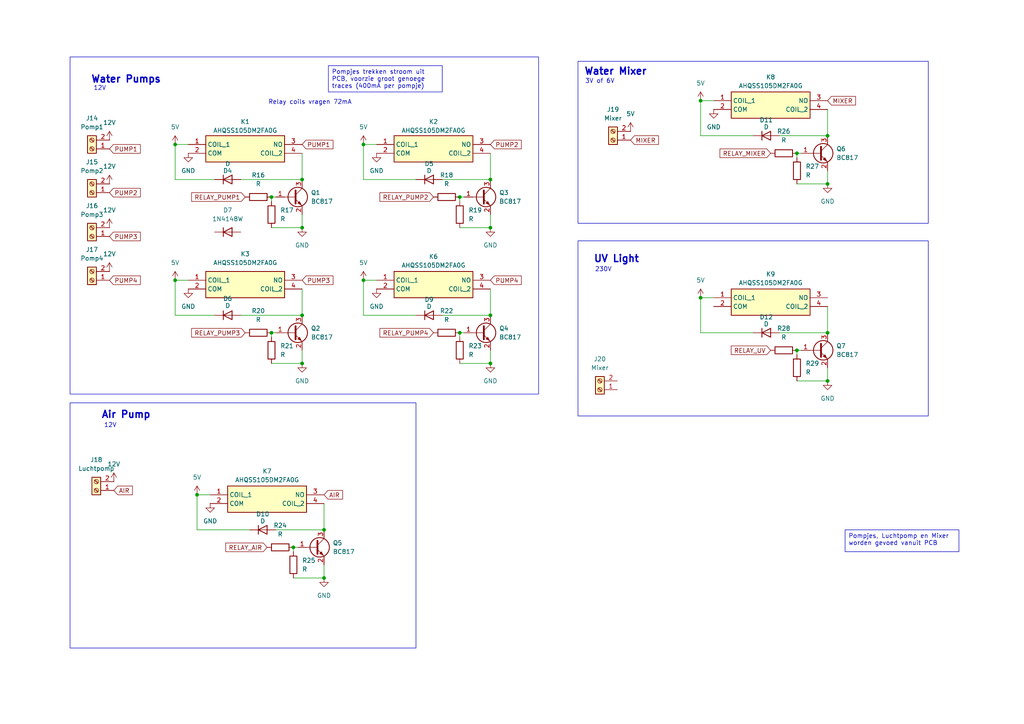
<source format=kicad_sch>
(kicad_sch (version 20250114) (generator "eeschema") (generator_version "9.0")
  (paper "A4")
  (title_block (title "PCB Watersysteem") (rev "1") (company "KU Leuven") (comment 1 "Kjell Naessens") (comment 2 "Sander Haustraete"))
  (lib_symbols
    (symbol "Connector:Screw_Terminal_01x02" (pin_names (offset 1.016) (hide yes))
      (property "Reference" "J" (at 0 2.54 0))
      (property "Value" "Screw_Terminal_01x02" (at 0 -5.08 0))
      (symbol "Screw_Terminal_01x02_1_1"
        (rectangle (start -1.27 1.27) (end 1.27 -3.81) (stroke (width 0.254)) (fill (type background)))
        (polyline (pts (xy -0.5334 0.3302) (xy 0.3302 -0.508)) (stroke (width 0.1524)))
        (polyline (pts (xy -0.5334 -2.2098) (xy 0.3302 -3.048)) (stroke (width 0.1524)))
        (polyline (pts (xy -0.3556 0.508) (xy 0.508 -0.3302)) (stroke (width 0.1524)))
        (polyline (pts (xy -0.3556 -2.032) (xy 0.508 -2.8702)) (stroke (width 0.1524)))
        (circle (center 0 0) (radius 0.635) (stroke (width 0.1524)))
        (circle (center 0 -2.54) (radius 0.635) (stroke (width 0.1524)))
        (pin passive line (at -5.08 0 0) (length 3.81) (name "Pin_1") (number "1"))
        (pin passive line (at -5.08 -2.54 0) (length 3.81) (name "Pin_2") (number "2"))
      )
    )
    (symbol "Device:D" (pin_numbers (hide yes)) (pin_names (offset 1.016) (hide yes))
      (property "Reference" "D" (at 0 2.54 0))
      (property "Value" "D" (at 0 -2.54 0))
      (symbol "D_0_1"
        (polyline (pts (xy -1.27 1.27) (xy -1.27 -1.27)) (stroke (width 0.254)))
        (polyline (pts (xy 1.27 1.27) (xy 1.27 -1.27) (xy -1.27 0) (xy 1.27 1.27)) (stroke (width 0.254)))
        (polyline (pts (xy 1.27 0) (xy -1.27 0)))
      )
      (symbol "D_1_1"
        (pin passive line (at -3.81 0 0) (length 2.54) (name "K") (number "1"))
        (pin passive line (at 3.81 0 180) (length 2.54) (name "A") (number "2"))
      )
    )
    (symbol "Device:R" (pin_numbers (hide yes)) (pin_names (offset 0))
      (property "Reference" "R" (at 2.032 0 90))
      (property "Value" "R" (at 0 0 90))
      (symbol "R_0_1"
        (rectangle (start -1.016 -2.54) (end 1.016 2.54) (stroke (width 0.254)))
      )
      (symbol "R_1_1"
        (pin passive line (at 0 3.81 270) (length 1.27) (name "~") (number "1"))
        (pin passive line (at 0 -3.81 90) (length 1.27) (name "~") (number "2"))
      )
    )
    (symbol "Diode:1N4148W" (pin_numbers (hide yes)) (pin_names (hide yes))
      (property "Reference" "D" (at 0 2.54 0))
      (property "Value" "1N4148W" (at 0 -2.54 0))
      (symbol "1N4148W_0_1"
        (polyline (pts (xy -1.27 1.27) (xy -1.27 -1.27)) (stroke (width 0.254)))
        (polyline (pts (xy 1.27 1.27) (xy 1.27 -1.27) (xy -1.27 0) (xy 1.27 1.27)) (stroke (width 0.254)))
        (polyline (pts (xy 1.27 0) (xy -1.27 0)))
      )
      (symbol "1N4148W_1_1"
        (pin passive line (at -3.81 0 0) (length 2.54) (name "K") (number "1"))
        (pin passive line (at 3.81 0 180) (length 2.54) (name "A") (number "2"))
      )
    )
    (symbol "SamacSys_Parts:AHQSS105DM2FA0G"
      (property "Reference" "K" (at 29.21 7.62 0))
      (property "Value" "AHQSS105DM2FA0G" (at 29.21 5.08 0))
      (symbol "AHQSS105DM2FA0G_1_1"
        (rectangle (start 5.08 2.54) (end 27.94 -5.08) (stroke (width 0.254)) (fill (type background)))
        (pin passive line (at 0 0 0) (length 5.08) (name "COIL_1") (number "1"))
        (pin passive line (at 0 -2.54 0) (length 5.08) (name "COM") (number "2"))
        (pin passive line (at 33.02 0 180) (length 5.08) (name "NO") (number "3"))
        (pin passive line (at 33.02 -2.54 180) (length 5.08) (name "COIL_2") (number "4"))
      )
    )
    (symbol "Transistor_BJT:BC817" (pin_names (offset 0) (hide yes))
      (property "Reference" "Q" (at 5.08 1.905 0))
      (property "Value" "BC817" (at 5.08 0 0))
      (symbol "BC817_0_1"
        (polyline (pts (xy -2.54 0) (xy 0.635 0)))
        (polyline (pts (xy 0.635 1.905) (xy 0.635 -1.905)) (stroke (width 0.508)))
        (circle (center 1.27 0) (radius 2.8194) (stroke (width 0.254)))
      )
      (symbol "BC817_1_1"
        (polyline (pts (xy 0.635 0.635) (xy 2.54 2.54)))
        (polyline (pts (xy 0.635 -0.635) (xy 2.54 -2.54)))
        (polyline (pts (xy 1.27 -1.778) (xy 1.778 -1.27) (xy 2.286 -2.286) (xy 1.27 -1.778)) (fill (type outline)))
        (pin input line (at -5.08 0 0) (length 2.54) (name "B") (number "1"))
        (pin passive line (at 2.54 5.08 270) (length 2.54) (name "C") (number "3"))
        (pin passive line (at 2.54 -5.08 90) (length 2.54) (name "E") (number "2"))
      )
    )
    (symbol "power:GND" (power) (pin_numbers (hide yes)) (pin_names (offset 0) (hide yes))
      (property "Value" "GND" (at 0 -3.81 0))
      (symbol "GND_0_1"
        (polyline (pts (xy 0 0) (xy 0 -1.27) (xy 1.27 -1.27) (xy 0 -2.54) (xy -1.27 -1.27) (xy 0 -1.27)))
      )
      (symbol "GND_1_1"
        (pin power_in line (at 0 0 270) (length 0) (name "~") (number "1"))
      )
    )
    (symbol "power:VCC" (power) (pin_numbers (hide yes)) (pin_names (offset 0) (hide yes))
      (property "Value" "VCC" (at 0 3.556 0))
      (symbol "VCC_0_1"
        (polyline (pts (xy -0.762 1.27) (xy 0 2.54)))
        (polyline (pts (xy 0 2.54) (xy 0.762 1.27)))
        (polyline (pts (xy 0 0) (xy 0 2.54)))
      )
      (symbol "VCC_1_1"
        (pin power_in line (at 0 0 90) (length 0) (name "~") (number "1"))
      )
    )
  )
  (rectangle (start 167.64 17.78) (end 269.24 64.77))
  (rectangle (start 20.32 116.84) (end 120.65 187.96))
  (rectangle (start 167.64 69.85) (end 269.24 120.65))
  (rectangle (start 20.32 16.51) (end 156.21 114.3))
  (text "12V" (at 32.004 123.444 0) (effects (font (size 1.27 1.27))))
  (text "12V" (at 28.956 25.654 0) (effects (font (size 1.27 1.27))))
  (text "3V of 6V" (at 173.99 23.622 0) (effects (font (size 1.27 1.27))))
  (text "UV Light" (at 178.816 75.184 0) (effects (font (size 2.032 2.032) (thickness 0.4064) (bold yes))))
  (text "230V" (at 175.006 78.232 0) (effects (font (size 1.27 1.27))))
  (text "Water Mixer" (at 178.562 20.828 0) (effects (font (size 2.032 2.032) (thickness 0.4064) (bold yes))))
  (text "Air Pump" (at 36.576 120.396 0) (effects (font (size 2.032 2.032) (thickness 0.4064) (bold yes))))
  (text "Water Pumps" (at 36.576 23.114 0) (effects (font (size 2.032 2.032) (thickness 0.4064) (bold yes))))
  (text "Relay coils vragen 72mA" (at 89.916 29.718 0) (effects (font (size 1.27 1.27))))
  (text_box "Pompjes trekken stroom uit PCB, voorzie groot genoege traces (400mA per pompje)" (at 95.25 19.05 0) (size 33.02 7.62) (margins 0.9525 0.9525 0.9525 0.9525) (effects (font (size 1.27 1.27)) (justify left top)))
  (text_box "Pompjes, Luchtpomp en Mixer worden gevoed vanuit PCB" (at 245.11 153.67 0) (size 33.02 6.35) (margins 0.9525 0.9525 0.9525 0.9525) (effects (font (size 1.27 1.27)) (justify left top)))
  (junction (at 50.8 81.28))
  (junction (at 142.24 52.07))
  (junction (at 203.2 29.21))
  (junction (at 78.74 96.52))
  (junction (at 78.74 57.15))
  (junction (at 240.03 110.49))
  (junction (at 240.03 39.37))
  (junction (at 57.15 143.51))
  (junction (at 133.35 96.52))
  (junction (at 231.14 101.6))
  (junction (at 240.03 53.34))
  (junction (at 93.98 153.67))
  (junction (at 105.41 41.91))
  (junction (at 142.24 66.04))
  (junction (at 93.98 167.64))
  (junction (at 85.09 158.75))
  (junction (at 87.63 105.41))
  (junction (at 87.63 52.07))
  (junction (at 203.2 86.36))
  (junction (at 240.03 96.52))
  (junction (at 231.14 44.45))
  (junction (at 105.41 81.28))
  (junction (at 142.24 105.41))
  (junction (at 133.35 57.15))
  (junction (at 142.24 91.44))
  (junction (at 50.8 41.91))
  (junction (at 87.63 66.04))
  (junction (at 87.63 91.44))
  (wire (pts (xy 120.65 91.44) (xy 105.41 91.44)))
  (wire (pts (xy 69.85 52.07) (xy 87.63 52.07)))
  (wire (pts (xy 87.63 62.23) (xy 87.63 66.04)))
  (wire (pts (xy 226.06 96.52) (xy 240.03 96.52)))
  (wire (pts (xy 57.15 153.67) (xy 57.15 143.51)))
  (wire (pts (xy 120.65 52.07) (xy 105.41 52.07)))
  (wire (pts (xy 50.8 91.44) (xy 50.8 81.28)))
  (wire (pts (xy 72.39 153.67) (xy 57.15 153.67)))
  (wire (pts (xy 128.27 52.07) (xy 142.24 52.07)))
  (wire (pts (xy 240.03 39.37) (xy 240.03 31.75)))
  (wire (pts (xy 203.2 86.36) (xy 207.01 86.36)))
  (wire (pts (xy 133.35 97.79) (xy 133.35 96.52)))
  (wire (pts (xy 85.09 158.75) (xy 86.36 158.75)))
  (wire (pts (xy 133.35 58.42) (xy 133.35 57.15)))
  (wire (pts (xy 69.85 91.44) (xy 87.63 91.44)))
  (wire (pts (xy 78.74 57.15) (xy 80.01 57.15)))
  (wire (pts (xy 133.35 105.41) (xy 142.24 105.41)))
  (wire (pts (xy 133.35 66.04) (xy 142.24 66.04)))
  (wire (pts (xy 231.14 44.45) (xy 232.41 44.45)))
  (wire (pts (xy 85.09 167.64) (xy 93.98 167.64)))
  (wire (pts (xy 203.2 39.37) (xy 203.2 29.21)))
  (wire (pts (xy 50.8 41.91) (xy 54.61 41.91)))
  (wire (pts (xy 231.14 102.87) (xy 231.14 101.6)))
  (wire (pts (xy 87.63 91.44) (xy 87.63 83.82)))
  (wire (pts (xy 134.62 96.52) (xy 133.35 96.52)))
  (wire (pts (xy 128.27 91.44) (xy 142.24 91.44)))
  (wire (pts (xy 50.8 52.07) (xy 50.8 41.91)))
  (wire (pts (xy 142.24 101.6) (xy 142.24 105.41)))
  (wire (pts (xy 78.74 97.79) (xy 78.74 96.52)))
  (wire (pts (xy 133.35 57.15) (xy 134.62 57.15)))
  (wire (pts (xy 203.2 29.21) (xy 207.01 29.21)))
  (wire (pts (xy 218.44 96.52) (xy 203.2 96.52)))
  (wire (pts (xy 218.44 39.37) (xy 203.2 39.37)))
  (wire (pts (xy 93.98 153.67) (xy 93.98 146.05)))
  (wire (pts (xy 231.14 53.34) (xy 240.03 53.34)))
  (wire (pts (xy 87.63 101.6) (xy 87.63 105.41)))
  (wire (pts (xy 80.01 153.67) (xy 93.98 153.67)))
  (wire (pts (xy 105.41 41.91) (xy 109.22 41.91)))
  (wire (pts (xy 78.74 105.41) (xy 87.63 105.41)))
  (wire (pts (xy 240.03 96.52) (xy 240.03 88.9)))
  (wire (pts (xy 142.24 62.23) (xy 142.24 66.04)))
  (wire (pts (xy 105.41 52.07) (xy 105.41 41.91)))
  (wire (pts (xy 85.09 160.02) (xy 85.09 158.75)))
  (wire (pts (xy 93.98 163.83) (xy 93.98 167.64)))
  (wire (pts (xy 142.24 91.44) (xy 142.24 83.82)))
  (wire (pts (xy 203.2 96.52) (xy 203.2 86.36)))
  (wire (pts (xy 87.63 44.45) (xy 87.63 52.07)))
  (wire (pts (xy 57.15 143.51) (xy 60.96 143.51)))
  (wire (pts (xy 50.8 52.07) (xy 62.23 52.07)))
  (wire (pts (xy 226.06 39.37) (xy 240.03 39.37)))
  (wire (pts (xy 62.23 91.44) (xy 50.8 91.44)))
  (wire (pts (xy 78.74 96.52) (xy 80.01 96.52)))
  (wire (pts (xy 50.8 81.28) (xy 54.61 81.28)))
  (wire (pts (xy 240.03 49.53) (xy 240.03 53.34)))
  (wire (pts (xy 105.41 91.44) (xy 105.41 81.28)))
  (wire (pts (xy 231.14 110.49) (xy 240.03 110.49)))
  (wire (pts (xy 240.03 106.68) (xy 240.03 110.49)))
  (wire (pts (xy 142.24 52.07) (xy 142.24 44.45)))
  (wire (pts (xy 231.14 45.72) (xy 231.14 44.45)))
  (wire (pts (xy 78.74 66.04) (xy 87.63 66.04)))
  (wire (pts (xy 105.41 81.28) (xy 109.22 81.28)))
  (wire (pts (xy 231.14 101.6) (xy 232.41 101.6)))
  (wire (pts (xy 78.74 58.42) (xy 78.74 57.15)))
  (global_label "RELAY_PUMP4" (shape input) (at 125.73 96.52 180) (property "Intersheetrefs" "${INTERSHEET_REFS}" (effects (hide yes))))
  (global_label "PUMP3" (shape input) (at 87.63 81.28 0) (property "Intersheetrefs" "${INTERSHEET_REFS}" (effects (hide yes))))
  (global_label "PUMP1" (shape input) (at 87.63 41.91 0) (property "Intersheetrefs" "${INTERSHEET_REFS}" (effects (hide yes))))
  (global_label "MIXER" (shape input) (at 240.03 29.21 0) (property "Intersheetrefs" "${INTERSHEET_REFS}" (effects (hide yes))))
  (global_label "PUMP2" (shape input) (at 31.75 55.88 0) (property "Intersheetrefs" "${INTERSHEET_REFS}" (effects (hide yes))))
  (global_label "AIR" (shape input) (at 93.98 143.51 0) (property "Intersheetrefs" "${INTERSHEET_REFS}" (effects (hide yes))))
  (global_label "RELAY_AIR" (shape input) (at 77.47 158.75 180) (property "Intersheetrefs" "${INTERSHEET_REFS}" (effects (hide yes))))
  (global_label "RELAY_PUMP2" (shape input) (at 125.73 57.15 180) (property "Intersheetrefs" "${INTERSHEET_REFS}" (effects (hide yes))))
  (global_label "RELAY_PUMP3" (shape input) (at 71.12 96.52 180) (property "Intersheetrefs" "${INTERSHEET_REFS}" (effects (hide yes))))
  (global_label "MIXER" (shape input) (at 182.88 40.64 0) (property "Intersheetrefs" "${INTERSHEET_REFS}" (effects (hide yes))))
  (global_label "RELAY_UV" (shape input) (at 223.52 101.6 180) (property "Intersheetrefs" "${INTERSHEET_REFS}" (effects (hide yes))))
  (global_label "PUMP4" (shape input) (at 31.75 81.28 0) (property "Intersheetrefs" "${INTERSHEET_REFS}" (effects (hide yes))))
  (global_label "RELAY_MIXER" (shape input) (at 223.52 44.45 180) (property "Intersheetrefs" "${INTERSHEET_REFS}" (effects (hide yes))))
  (global_label "PUMP4" (shape input) (at 142.24 81.28 0) (property "Intersheetrefs" "${INTERSHEET_REFS}" (effects (hide yes))))
  (global_label "PUMP1" (shape input) (at 31.75 43.18 0) (property "Intersheetrefs" "${INTERSHEET_REFS}" (effects (hide yes))))
  (global_label "PUMP2" (shape input) (at 142.24 41.91 0) (property "Intersheetrefs" "${INTERSHEET_REFS}" (effects (hide yes))))
  (global_label "RELAY_PUMP1" (shape input) (at 71.12 57.15 180) (property "Intersheetrefs" "${INTERSHEET_REFS}" (effects (hide yes))))
  (global_label "PUMP3" (shape input) (at 31.75 68.58 0) (property "Intersheetrefs" "${INTERSHEET_REFS}" (effects (hide yes))))
  (global_label "AIR" (shape input) (at 33.02 142.24 0) (property "Intersheetrefs" "${INTERSHEET_REFS}" (effects (hide yes))))
  (symbol (lib_id "Device:R") (at 74.93 57.15 270) (unit 1)
    (property "Reference" "R16" (at 74.93 50.8 90))
    (property "Value" "R" (at 74.93 53.34 90))
    (property "Description" "Resistor" (effects (hide yes)))
  )
  (symbol (lib_id "Connector:Screw_Terminal_01x02") (at 27.94 142.24 180) (unit 1)
    (property "Reference" "J18" (at 27.94 133.35 0))
    (property "Value" "Luchtpomp" (at 27.94 135.89 0))
    (property "Description" "Generic screw terminal, single row, 01x02, script generated (kicad-library-utils/schlib/autogen/connector/)" (effects (hide yes)))
  )
  (symbol (lib_id "Device:R") (at 231.14 106.68 0) (unit 1)
    (property "Reference" "R29" (at 233.68 105.4099 0) (effects (justify left)))
    (property "Value" "R" (at 233.68 107.9499 0) (effects (justify left)))
    (property "Description" "Resistor" (effects (hide yes)))
  )
  (symbol (lib_id "power:GND") (at 240.03 53.34 0) (unit 1)
    (property "Reference" "#PWR042" (effects (hide yes)))
    (property "Value" "GND" (at 240.03 58.42 0))
    (property "Description" "Power symbol creates a global label with name \"GND\" , ground" (effects (hide yes)))
  )
  (symbol (lib_id "Connector:Screw_Terminal_01x02") (at 177.8 40.64 180) (unit 1)
    (property "Reference" "J19" (at 177.8 31.75 0))
    (property "Value" "Mixer" (at 177.8 34.29 0))
    (property "Description" "Generic screw terminal, single row, 01x02, script generated (kicad-library-utils/schlib/autogen/connector/)" (effects (hide yes)))
  )
  (symbol (lib_id "Device:D") (at 124.46 52.07 0) (unit 1)
    (property "Reference" "D5" (at 124.46 47.498 0))
    (property "Value" "D" (at 124.46 49.53 0))
    (property "Description" "Diode" (effects (hide yes)))
    (property "Sim.Device" "D" (effects (hide yes)))
    (property "Sim.Pins" "1=K 2=A" (effects (hide yes)))
  )
  (symbol (lib_id "power:GND") (at 109.22 83.82 0) (unit 1)
    (property "Reference" "#PWR068" (effects (hide yes)))
    (property "Value" "GND" (at 109.22 88.9 0))
    (property "Description" "Power symbol creates a global label with name \"GND\" , ground" (effects (hide yes)))
  )
  (symbol (lib_id "Device:R") (at 129.54 57.15 270) (unit 1)
    (property "Reference" "R18" (at 129.54 50.8 90))
    (property "Value" "R" (at 129.54 53.34 90))
    (property "Description" "Resistor" (effects (hide yes)))
  )
  (symbol (lib_id "SamacSys_Parts:AHQSS105DM2FA0G") (at 109.22 41.91 0) (unit 1)
    (property "Reference" "K2" (at 125.73 35.306 0))
    (property "Value" "AHQSS105DM2FA0G" (at 125.73 37.846 0))
    (property "Footprint" "SamacSys_Parts:AHQSS105DM2FA0G" (effects (hide yes)))
    (property "Datasheet" "https://www.farnell.com/cad/3816025.pdf" (effects (hide yes)))
    (property "Description" "General Purpose Relays Commercial RelayRated Carrying Current :16AType of Sealing : Case Sealed TypeNumber of pole : one poleCoil Voltage : 5VCoil Type : Standard DC CoilContact Form : Form A Coil Insulation System : F- Class F (155C)" (effects (hide yes)))
    (property "Height" "15.3" (effects (hide yes)))
    (property "Manufacturer_Name" "Amphenol" (effects (hide yes)))
    (property "Manufacturer_Part_Number" "AHQSS105DM2FA0G" (effects (hide yes)))
    (property "Mouser Part Number" "523-AHQSS105DM2FA0G" (effects (hide yes)))
    (property "Mouser Price/Stock" "https://www.mouser.co.uk/ProductDetail/Amphenol-Anytek/AHQSS105DM2FA0G?qs=vvQtp7zwQdMcHeqcpOr95g%3D%3D" (effects (hide yes)))
  )
  (symbol (lib_id "Connector:Screw_Terminal_01x02") (at 26.67 68.58 180) (unit 1)
    (property "Reference" "J16" (at 26.67 59.69 0))
    (property "Value" "Pomp3" (at 26.67 62.23 0))
    (property "Description" "Generic screw terminal, single row, 01x02, script generated (kicad-library-utils/schlib/autogen/connector/)" (effects (hide yes)))
  )
  (symbol (lib_id "Device:R") (at 133.35 101.6 0) (unit 1)
    (property "Reference" "R23" (at 135.89 100.3299 0) (effects (justify left)))
    (property "Value" "R" (at 135.89 102.8699 0) (effects (justify left)))
    (property "Description" "Resistor" (effects (hide yes)))
  )
  (symbol (lib_id "power:GND") (at 207.01 31.75 0) (unit 1)
    (property "Reference" "#PWR085" (effects (hide yes)))
    (property "Value" "GND" (at 207.01 36.83 0))
    (property "Description" "Power symbol creates a global label with name \"GND\" , ground" (effects (hide yes)))
  )
  (symbol (lib_id "Transistor_BJT:BC817") (at 237.49 44.45 0) (unit 1)
    (property "Reference" "Q6" (at 242.57 43.1799 0) (effects (justify left)))
    (property "Value" "BC817" (at 242.57 45.7199 0) (effects (justify left)))
    (property "Footprint" "Package_TO_SOT_SMD:SOT-23" (effects (hide yes)))
    (property "Datasheet" "https://www.onsemi.com/pub/Collateral/BC818-D.pdf" (effects (hide yes)))
    (property "Description" "0.8A Ic, 45V Vce, NPN Transistor, SOT-23" (effects (hide yes)))
  )
  (symbol (lib_id "power:VCC") (at 31.75 78.74 0) (unit 1)
    (property "Reference" "#PWR073" (effects (hide yes)))
    (property "Value" "12V" (at 31.75 73.66 0))
    (property "Description" "Power symbol creates a global label with name \"VCC\"" (effects (hide yes)))
  )
  (symbol (lib_id "power:VCC") (at 50.8 81.28 0) (unit 1)
    (property "Reference" "#PWR080" (effects (hide yes)))
    (property "Value" "5V" (at 50.8 76.2 0))
    (property "Description" "Power symbol creates a global label with name \"VCC\"" (effects (hide yes)))
  )
  (symbol (lib_id "Transistor_BJT:BC817") (at 91.44 158.75 0) (unit 1)
    (property "Reference" "Q5" (at 96.52 157.4799 0) (effects (justify left)))
    (property "Value" "BC817" (at 96.52 160.0199 0) (effects (justify left)))
    (property "Footprint" "Package_TO_SOT_SMD:SOT-23" (effects (hide yes)))
    (property "Datasheet" "https://www.onsemi.com/pub/Collateral/BC818-D.pdf" (effects (hide yes)))
    (property "Description" "0.8A Ic, 45V Vce, NPN Transistor, SOT-23" (effects (hide yes)))
  )
  (symbol (lib_id "SamacSys_Parts:AHQSS105DM2FA0G") (at 54.61 41.91 0) (unit 1)
    (property "Reference" "K1" (at 71.12 35.306 0))
    (property "Value" "AHQSS105DM2FA0G" (at 71.12 37.846 0))
    (property "Footprint" "SamacSys_Parts:AHQSS105DM2FA0G" (effects (hide yes)))
    (property "Datasheet" "https://www.farnell.com/cad/3816025.pdf" (effects (hide yes)))
    (property "Description" "General Purpose Relays Commercial RelayRated Carrying Current :16AType of Sealing : Case Sealed TypeNumber of pole : one poleCoil Voltage : 5VCoil Type : Standard DC CoilContact Form : Form A Coil Insulation System : F- Class F (155C)" (effects (hide yes)))
    (property "Height" "15.3" (effects (hide yes)))
    (property "Manufacturer_Name" "Amphenol" (effects (hide yes)))
    (property "Manufacturer_Part_Number" "AHQSS105DM2FA0G" (effects (hide yes)))
    (property "Mouser Part Number" "523-AHQSS105DM2FA0G" (effects (hide yes)))
    (property "Mouser Price/Stock" "https://www.mouser.co.uk/ProductDetail/Amphenol-Anytek/AHQSS105DM2FA0G?qs=vvQtp7zwQdMcHeqcpOr95g%3D%3D" (effects (hide yes)))
  )
  (symbol (lib_id "Device:R") (at 78.74 101.6 0) (unit 1)
    (property "Reference" "R21" (at 81.28 100.3299 0) (effects (justify left)))
    (property "Value" "R" (at 81.28 102.8699 0) (effects (justify left)))
    (property "Description" "Resistor" (effects (hide yes)))
  )
  (symbol (lib_id "Transistor_BJT:BC817") (at 85.09 57.15 0) (unit 1)
    (property "Reference" "Q1" (at 90.17 55.8799 0) (effects (justify left)))
    (property "Value" "BC817" (at 90.17 58.4199 0) (effects (justify left)))
    (property "Footprint" "Package_TO_SOT_SMD:SOT-23" (effects (hide yes)))
    (property "Datasheet" "https://www.onsemi.com/pub/Collateral/BC818-D.pdf" (effects (hide yes)))
    (property "Description" "0.8A Ic, 45V Vce, NPN Transistor, SOT-23" (effects (hide yes)))
  )
  (symbol (lib_id "SamacSys_Parts:AHQSS105DM2FA0G") (at 207.01 29.21 0) (unit 1)
    (property "Reference" "K8" (at 223.52 22.352 0))
    (property "Value" "AHQSS105DM2FA0G" (at 223.52 24.892 0))
    (property "Footprint" "SamacSys_Parts:AHQSS105DM2FA0G" (effects (hide yes)))
    (property "Datasheet" "https://www.farnell.com/cad/3816025.pdf" (effects (hide yes)))
    (property "Description" "General Purpose Relays Commercial RelayRated Carrying Current :16AType of Sealing : Case Sealed TypeNumber of pole : one poleCoil Voltage : 5VCoil Type : Standard DC CoilContact Form : Form A Coil Insulation System : F- Class F (155C)" (effects (hide yes)))
    (property "Height" "15.3" (effects (hide yes)))
    (property "Manufacturer_Name" "Amphenol" (effects (hide yes)))
    (property "Manufacturer_Part_Number" "AHQSS105DM2FA0G" (effects (hide yes)))
    (property "Mouser Part Number" "523-AHQSS105DM2FA0G" (effects (hide yes)))
    (property "Mouser Price/Stock" "https://www.mouser.co.uk/ProductDetail/Amphenol-Anytek/AHQSS105DM2FA0G?qs=vvQtp7zwQdMcHeqcpOr95g%3D%3D" (effects (hide yes)))
  )
  (symbol (lib_id "power:GND") (at 109.22 44.45 0) (unit 1)
    (property "Reference" "#PWR069" (effects (hide yes)))
    (property "Value" "GND" (at 109.22 49.53 0))
    (property "Description" "Power symbol creates a global label with name \"GND\" , ground" (effects (hide yes)))
  )
  (symbol (lib_id "Connector:Screw_Terminal_01x02") (at 26.67 81.28 180) (unit 1)
    (property "Reference" "J17" (at 26.67 72.39 0))
    (property "Value" "Pomp4" (at 26.67 74.93 0))
    (property "Description" "Generic screw terminal, single row, 01x02, script generated (kicad-library-utils/schlib/autogen/connector/)" (effects (hide yes)))
  )
  (symbol (lib_id "power:GND") (at 142.24 66.04 0) (unit 1)
    (property "Reference" "#PWR037" (effects (hide yes)))
    (property "Value" "GND" (at 142.24 71.12 0))
    (property "Description" "Power symbol creates a global label with name \"GND\" , ground" (effects (hide yes)))
  )
  (symbol (lib_id "power:GND") (at 240.03 110.49 0) (unit 1)
    (property "Reference" "#PWR043" (effects (hide yes)))
    (property "Value" "GND" (at 240.03 115.57 0))
    (property "Description" "Power symbol creates a global label with name \"GND\" , ground" (effects (hide yes)))
  )
  (symbol (lib_id "power:GND") (at 54.61 44.45 0) (unit 1)
    (property "Reference" "#PWR074" (effects (hide yes)))
    (property "Value" "GND" (at 54.61 49.53 0))
    (property "Description" "Power symbol creates a global label with name \"GND\" , ground" (effects (hide yes)))
  )
  (symbol (lib_id "power:VCC") (at 31.75 66.04 0) (unit 1)
    (property "Reference" "#PWR072" (effects (hide yes)))
    (property "Value" "12V" (at 31.75 60.96 0))
    (property "Description" "Power symbol creates a global label with name \"VCC\"" (effects (hide yes)))
  )
  (symbol (lib_id "power:VCC") (at 203.2 86.36 0) (unit 1)
    (property "Reference" "#PWR086" (effects (hide yes)))
    (property "Value" "5V" (at 203.2 81.28 0))
    (property "Description" "Power symbol creates a global label with name \"VCC\"" (effects (hide yes)))
  )
  (symbol (lib_id "Device:D") (at 76.2 153.67 0) (unit 1)
    (property "Reference" "D10" (at 76.2 149.098 0))
    (property "Value" "D" (at 76.2 151.13 0))
    (property "Description" "Diode" (effects (hide yes)))
    (property "Sim.Device" "D" (effects (hide yes)))
    (property "Sim.Pins" "1=K 2=A" (effects (hide yes)))
  )
  (symbol (lib_id "Connector:Screw_Terminal_01x02") (at 26.67 43.18 180) (unit 1)
    (property "Reference" "J14" (at 26.67 34.29 0))
    (property "Value" "Pomp1" (at 26.67 36.83 0))
    (property "Description" "Generic screw terminal, single row, 01x02, script generated (kicad-library-utils/schlib/autogen/connector/)" (effects (hide yes)))
  )
  (symbol (lib_id "Connector:Screw_Terminal_01x02") (at 173.99 113.03 180) (unit 1)
    (property "Reference" "J20" (at 173.99 104.14 0))
    (property "Value" "Mixer" (at 173.99 106.68 0))
    (property "Description" "Generic screw terminal, single row, 01x02, script generated (kicad-library-utils/schlib/autogen/connector/)" (effects (hide yes)))
  )
  (symbol (lib_id "Device:D") (at 222.25 39.37 0) (unit 1)
    (property "Reference" "D11" (at 222.25 34.798 0))
    (property "Value" "D" (at 222.25 36.83 0))
    (property "Description" "Diode" (effects (hide yes)))
    (property "Sim.Device" "D" (effects (hide yes)))
    (property "Sim.Pins" "1=K 2=A" (effects (hide yes)))
  )
  (symbol (lib_id "Device:R") (at 74.93 96.52 270) (unit 1)
    (property "Reference" "R20" (at 74.93 90.17 90))
    (property "Value" "R" (at 74.93 92.71 90))
    (property "Description" "Resistor" (effects (hide yes)))
  )
  (symbol (lib_id "power:GND") (at 93.98 167.64 0) (unit 1)
    (property "Reference" "#PWR040" (effects (hide yes)))
    (property "Value" "GND" (at 93.98 172.72 0))
    (property "Description" "Power symbol creates a global label with name \"GND\" , ground" (effects (hide yes)))
  )
  (symbol (lib_id "SamacSys_Parts:AHQSS105DM2FA0G") (at 207.01 86.36 0) (unit 1)
    (property "Reference" "K9" (at 223.52 79.502 0))
    (property "Value" "AHQSS105DM2FA0G" (at 223.52 82.042 0))
    (property "Footprint" "SamacSys_Parts:AHQSS105DM2FA0G" (effects (hide yes)))
    (property "Datasheet" "https://www.farnell.com/cad/3816025.pdf" (effects (hide yes)))
    (property "Description" "General Purpose Relays Commercial RelayRated Carrying Current :16AType of Sealing : Case Sealed TypeNumber of pole : one poleCoil Voltage : 5VCoil Type : Standard DC CoilContact Form : Form A Coil Insulation System : F- Class F (155C)" (effects (hide yes)))
    (property "Height" "15.3" (effects (hide yes)))
    (property "Manufacturer_Name" "Amphenol" (effects (hide yes)))
    (property "Manufacturer_Part_Number" "AHQSS105DM2FA0G" (effects (hide yes)))
    (property "Mouser Part Number" "523-AHQSS105DM2FA0G" (effects (hide yes)))
    (property "Mouser Price/Stock" "https://www.mouser.co.uk/ProductDetail/Amphenol-Anytek/AHQSS105DM2FA0G?qs=vvQtp7zwQdMcHeqcpOr95g%3D%3D" (effects (hide yes)))
  )
  (symbol (lib_id "Device:R") (at 78.74 62.23 0) (unit 1)
    (property "Reference" "R17" (at 81.28 60.9599 0) (effects (justify left)))
    (property "Value" "R" (at 81.28 63.4999 0) (effects (justify left)))
    (property "Description" "Resistor" (effects (hide yes)))
  )
  (symbol (lib_id "power:VCC") (at 203.2 29.21 0) (unit 1)
    (property "Reference" "#PWR084" (effects (hide yes)))
    (property "Value" "5V" (at 203.2 24.13 0))
    (property "Description" "Power symbol creates a global label with name \"VCC\"" (effects (hide yes)))
  )
  (symbol (lib_id "Device:R") (at 129.54 96.52 270) (unit 1)
    (property "Reference" "R22" (at 129.54 90.17 90))
    (property "Value" "R" (at 129.54 92.71 90))
    (property "Description" "Resistor" (effects (hide yes)))
  )
  (symbol (lib_id "power:GND") (at 142.24 105.41 0) (unit 1)
    (property "Reference" "#PWR039" (effects (hide yes)))
    (property "Value" "GND" (at 142.24 110.49 0))
    (property "Description" "Power symbol creates a global label with name \"GND\" , ground" (effects (hide yes)))
  )
  (symbol (lib_id "Device:D") (at 222.25 96.52 0) (unit 1)
    (property "Reference" "D12" (at 222.25 91.948 0))
    (property "Value" "D" (at 222.25 93.98 0))
    (property "Description" "Diode" (effects (hide yes)))
    (property "Sim.Device" "D" (effects (hide yes)))
    (property "Sim.Pins" "1=K 2=A" (effects (hide yes)))
  )
  (symbol (lib_id "Device:R") (at 231.14 49.53 0) (unit 1)
    (property "Reference" "R27" (at 233.68 48.2599 0) (effects (justify left)))
    (property "Value" "R" (at 233.68 50.7999 0) (effects (justify left)))
    (property "Description" "Resistor" (effects (hide yes)))
  )
  (symbol (lib_id "Connector:Screw_Terminal_01x02") (at 26.67 55.88 180) (unit 1)
    (property "Reference" "J15" (at 26.67 46.99 0))
    (property "Value" "Pomp2" (at 26.67 49.53 0))
    (property "Description" "Generic screw terminal, single row, 01x02, script generated (kicad-library-utils/schlib/autogen/connector/)" (effects (hide yes)))
  )
  (symbol (lib_id "Device:R") (at 227.33 101.6 270) (unit 1)
    (property "Reference" "R28" (at 227.33 95.25 90))
    (property "Value" "R" (at 227.33 97.79 90))
    (property "Description" "Resistor" (effects (hide yes)))
  )
  (symbol (lib_id "Device:D") (at 66.04 91.44 0) (unit 1)
    (property "Reference" "D6" (at 66.04 86.614 0))
    (property "Value" "D" (at 66.04 88.646 0))
    (property "Description" "Diode" (effects (hide yes)))
    (property "Sim.Device" "D" (effects (hide yes)))
    (property "Sim.Pins" "1=K 2=A" (effects (hide yes)))
  )
  (symbol (lib_id "Device:R") (at 81.28 158.75 270) (unit 1)
    (property "Reference" "R24" (at 81.28 152.4 90))
    (property "Value" "R" (at 81.28 154.94 90))
    (property "Description" "Resistor" (effects (hide yes)))
  )
  (symbol (lib_id "power:VCC") (at 105.41 41.91 0) (unit 1)
    (property "Reference" "#PWR078" (effects (hide yes)))
    (property "Value" "5V" (at 105.41 36.83 0))
    (property "Description" "Power symbol creates a global label with name \"VCC\"" (effects (hide yes)))
  )
  (symbol (lib_id "Device:R") (at 133.35 62.23 0) (unit 1)
    (property "Reference" "R19" (at 135.89 60.9599 0) (effects (justify left)))
    (property "Value" "R" (at 135.89 63.4999 0) (effects (justify left)))
    (property "Description" "Resistor" (effects (hide yes)))
  )
  (symbol (lib_id "SamacSys_Parts:AHQSS105DM2FA0G") (at 109.22 81.28 0) (unit 1)
    (property "Reference" "K6" (at 125.73 74.422 0))
    (property "Value" "AHQSS105DM2FA0G" (at 125.73 76.962 0))
    (property "Footprint" "SamacSys_Parts:AHQSS105DM2FA0G" (effects (hide yes)))
    (property "Datasheet" "https://www.farnell.com/cad/3816025.pdf" (effects (hide yes)))
    (property "Description" "General Purpose Relays Commercial RelayRated Carrying Current :16AType of Sealing : Case Sealed TypeNumber of pole : one poleCoil Voltage : 5VCoil Type : Standard DC CoilContact Form : Form A Coil Insulation System : F- Class F (155C)" (effects (hide yes)))
    (property "Height" "15.3" (effects (hide yes)))
    (property "Manufacturer_Name" "Amphenol" (effects (hide yes)))
    (property "Manufacturer_Part_Number" "AHQSS105DM2FA0G" (effects (hide yes)))
    (property "Mouser Part Number" "523-AHQSS105DM2FA0G" (effects (hide yes)))
    (property "Mouser Price/Stock" "https://www.mouser.co.uk/ProductDetail/Amphenol-Anytek/AHQSS105DM2FA0G?qs=vvQtp7zwQdMcHeqcpOr95g%3D%3D" (effects (hide yes)))
  )
  (symbol (lib_id "Diode:1N4148W") (at 66.04 67.31 0) (unit 1)
    (property "Reference" "D7" (at 66.04 60.96 0))
    (property "Value" "1N4148W" (at 66.04 63.5 0))
    (property "Footprint" "Diode_SMD:D_SOD-123" (effects (hide yes)))
    (property "Datasheet" "https://www.vishay.com/docs/85748/1n4148w.pdf" (effects (hide yes)))
    (property "Description" "75V 0.15A Fast Switching Diode, SOD-123" (effects (hide yes)))
    (property "Sim.Device" "D" (effects (hide yes)))
    (property "Sim.Pins" "1=K 2=A" (effects (hide yes)))
  )
  (symbol (lib_id "power:GND") (at 54.61 83.82 0) (unit 1)
    (property "Reference" "#PWR079" (effects (hide yes)))
    (property "Value" "GND" (at 54.61 88.9 0))
    (property "Description" "Power symbol creates a global label with name \"GND\" , ground" (effects (hide yes)))
  )
  (symbol (lib_id "power:GND") (at 87.63 66.04 0) (unit 1)
    (property "Reference" "#PWR035" (effects (hide yes)))
    (property "Value" "GND" (at 87.63 71.12 0))
    (property "Description" "Power symbol creates a global label with name \"GND\" , ground" (effects (hide yes)))
  )
  (symbol (lib_id "SamacSys_Parts:AHQSS105DM2FA0G") (at 60.96 143.51 0) (unit 1)
    (property "Reference" "K7" (at 77.47 136.652 0))
    (property "Value" "AHQSS105DM2FA0G" (at 77.47 139.192 0))
    (property "Footprint" "SamacSys_Parts:AHQSS105DM2FA0G" (effects (hide yes)))
    (property "Datasheet" "https://www.farnell.com/cad/3816025.pdf" (effects (hide yes)))
    (property "Description" "General Purpose Relays Commercial RelayRated Carrying Current :16AType of Sealing : Case Sealed TypeNumber of pole : one poleCoil Voltage : 5VCoil Type : Standard DC CoilContact Form : Form A Coil Insulation System : F- Class F (155C)" (effects (hide yes)))
    (property "Height" "15.3" (effects (hide yes)))
    (property "Manufacturer_Name" "Amphenol" (effects (hide yes)))
    (property "Manufacturer_Part_Number" "AHQSS105DM2FA0G" (effects (hide yes)))
    (property "Mouser Part Number" "523-AHQSS105DM2FA0G" (effects (hide yes)))
    (property "Mouser Price/Stock" "https://www.mouser.co.uk/ProductDetail/Amphenol-Anytek/AHQSS105DM2FA0G?qs=vvQtp7zwQdMcHeqcpOr95g%3D%3D" (effects (hide yes)))
  )
  (symbol (lib_id "power:VCC") (at 33.02 139.7 0) (unit 1)
    (property "Reference" "#PWR041" (effects (hide yes)))
    (property "Value" "12V" (at 33.02 134.62 0))
    (property "Description" "Power symbol creates a global label with name \"VCC\"" (effects (hide yes)))
  )
  (symbol (lib_id "Transistor_BJT:BC817") (at 237.49 101.6 0) (unit 1)
    (property "Reference" "Q7" (at 242.57 100.3299 0) (effects (justify left)))
    (property "Value" "BC817" (at 242.57 102.8699 0) (effects (justify left)))
    (property "Footprint" "Package_TO_SOT_SMD:SOT-23" (effects (hide yes)))
    (property "Datasheet" "https://www.onsemi.com/pub/Collateral/BC818-D.pdf" (effects (hide yes)))
    (property "Description" "0.8A Ic, 45V Vce, NPN Transistor, SOT-23" (effects (hide yes)))
  )
  (symbol (lib_id "power:VCC") (at 105.41 81.28 0) (unit 1)
    (property "Reference" "#PWR081" (effects (hide yes)))
    (property "Value" "5V" (at 105.41 76.2 0))
    (property "Description" "Power symbol creates a global label with name \"VCC\"" (effects (hide yes)))
  )
  (symbol (lib_id "power:GND") (at 60.96 146.05 0) (unit 1)
    (property "Reference" "#PWR083" (effects (hide yes)))
    (property "Value" "GND" (at 60.96 151.13 0))
    (property "Description" "Power symbol creates a global label with name \"GND\" , ground" (effects (hide yes)))
  )
  (symbol (lib_id "power:GND") (at 87.63 105.41 0) (unit 1)
    (property "Reference" "#PWR038" (effects (hide yes)))
    (property "Value" "GND" (at 87.63 110.49 0))
    (property "Description" "Power symbol creates a global label with name \"GND\" , ground" (effects (hide yes)))
  )
  (symbol (lib_id "Transistor_BJT:BC817") (at 139.7 57.15 0) (unit 1)
    (property "Reference" "Q3" (at 144.78 55.8799 0) (effects (justify left)))
    (property "Value" "BC817" (at 144.78 58.4199 0) (effects (justify left)))
    (property "Footprint" "Package_TO_SOT_SMD:SOT-23" (effects (hide yes)))
    (property "Datasheet" "https://www.onsemi.com/pub/Collateral/BC818-D.pdf" (effects (hide yes)))
    (property "Description" "0.8A Ic, 45V Vce, NPN Transistor, SOT-23" (effects (hide yes)))
  )
  (symbol (lib_id "SamacSys_Parts:AHQSS105DM2FA0G") (at 54.61 81.28 0) (unit 1)
    (property "Reference" "K3" (at 71.12 73.66 0))
    (property "Value" "AHQSS105DM2FA0G" (at 71.12 76.2 0))
    (property "Footprint" "SamacSys_Parts:AHQSS105DM2FA0G" (effects (hide yes)))
    (property "Datasheet" "https://www.farnell.com/cad/3816025.pdf" (effects (hide yes)))
    (property "Description" "General Purpose Relays Commercial RelayRated Carrying Current :16AType of Sealing : Case Sealed TypeNumber of pole : one poleCoil Voltage : 5VCoil Type : Standard DC CoilContact Form : Form A Coil Insulation System : F- Class F (155C)" (effects (hide yes)))
    (property "Height" "15.3" (effects (hide yes)))
    (property "Manufacturer_Name" "Amphenol" (effects (hide yes)))
    (property "Manufacturer_Part_Number" "AHQSS105DM2FA0G" (effects (hide yes)))
    (property "Mouser Part Number" "523-AHQSS105DM2FA0G" (effects (hide yes)))
    (property "Mouser Price/Stock" "https://www.mouser.co.uk/ProductDetail/Amphenol-Anytek/AHQSS105DM2FA0G?qs=vvQtp7zwQdMcHeqcpOr95g%3D%3D" (effects (hide yes)))
  )
  (symbol (lib_id "Transistor_BJT:BC817") (at 85.09 96.52 0) (unit 1)
    (property "Reference" "Q2" (at 90.17 95.2499 0) (effects (justify left)))
    (property "Value" "BC817" (at 90.17 97.7899 0) (effects (justify left)))
    (property "Footprint" "Package_TO_SOT_SMD:SOT-23" (effects (hide yes)))
    (property "Datasheet" "https://www.onsemi.com/pub/Collateral/BC818-D.pdf" (effects (hide yes)))
    (property "Description" "0.8A Ic, 45V Vce, NPN Transistor, SOT-23" (effects (hide yes)))
  )
  (symbol (lib_id "power:VCC") (at 57.15 143.51 0) (unit 1)
    (property "Reference" "#PWR082" (effects (hide yes)))
    (property "Value" "5V" (at 57.15 138.43 0))
    (property "Description" "Power symbol creates a global label with name \"VCC\"" (effects (hide yes)))
  )
  (symbol (lib_id "power:VCC") (at 31.75 53.34 0) (unit 1)
    (property "Reference" "#PWR071" (effects (hide yes)))
    (property "Value" "12V" (at 31.75 48.26 0))
    (property "Description" "Power symbol creates a global label with name \"VCC\"" (effects (hide yes)))
  )
  (symbol (lib_id "power:VCC") (at 182.88 38.1 0) (unit 1)
    (property "Reference" "#PWR075" (effects (hide yes)))
    (property "Value" "5V" (at 182.88 33.02 0))
    (property "Description" "Power symbol creates a global label with name \"VCC\"" (effects (hide yes)))
  )
  (symbol (lib_id "power:VCC") (at 31.75 40.64 0) (unit 1)
    (property "Reference" "#PWR070" (effects (hide yes)))
    (property "Value" "12V" (at 31.75 35.56 0))
    (property "Description" "Power symbol creates a global label with name \"VCC\"" (effects (hide yes)))
  )
  (symbol (lib_id "power:VCC") (at 50.8 41.91 0) (unit 1)
    (property "Reference" "#PWR066" (effects (hide yes)))
    (property "Value" "5V" (at 50.8 36.83 0))
    (property "Description" "Power symbol creates a global label with name \"VCC\"" (effects (hide yes)))
  )
  (symbol (lib_id "Device:R") (at 85.09 163.83 0) (unit 1)
    (property "Reference" "R25" (at 87.63 162.5599 0) (effects (justify left)))
    (property "Value" "R" (at 87.63 165.0999 0) (effects (justify left)))
    (property "Description" "Resistor" (effects (hide yes)))
  )
  (symbol (lib_id "Device:D") (at 66.04 52.07 0) (unit 1)
    (property "Reference" "D4" (at 66.04 49.53 0))
    (property "Value" "D" (at 66.04 47.498 0))
    (property "Description" "Diode" (effects (hide yes)))
    (property "Sim.Device" "D" (effects (hide yes)))
    (property "Sim.Pins" "1=K 2=A" (effects (hide yes)))
  )
  (symbol (lib_id "Transistor_BJT:BC817") (at 139.7 96.52 0) (unit 1)
    (property "Reference" "Q4" (at 144.78 95.2499 0) (effects (justify left)))
    (property "Value" "BC817" (at 144.78 97.7899 0) (effects (justify left)))
    (property "Footprint" "Package_TO_SOT_SMD:SOT-23" (effects (hide yes)))
    (property "Datasheet" "https://www.onsemi.com/pub/Collateral/BC818-D.pdf" (effects (hide yes)))
    (property "Description" "0.8A Ic, 45V Vce, NPN Transistor, SOT-23" (effects (hide yes)))
  )
  (symbol (lib_id "Device:R") (at 227.33 44.45 270) (unit 1)
    (property "Reference" "R26" (at 227.33 38.1 90))
    (property "Value" "R" (at 227.33 40.64 90))
    (property "Description" "Resistor" (effects (hide yes)))
  )
  (symbol (lib_id "Device:D") (at 124.46 91.44 0) (unit 1)
    (property "Reference" "D9" (at 124.46 86.868 0))
    (property "Value" "D" (at 124.46 88.9 0))
    (property "Description" "Diode" (effects (hide yes)))
    (property "Sim.Device" "D" (effects (hide yes)))
    (property "Sim.Pins" "1=K 2=A" (effects (hide yes)))
  )
)
</source>
